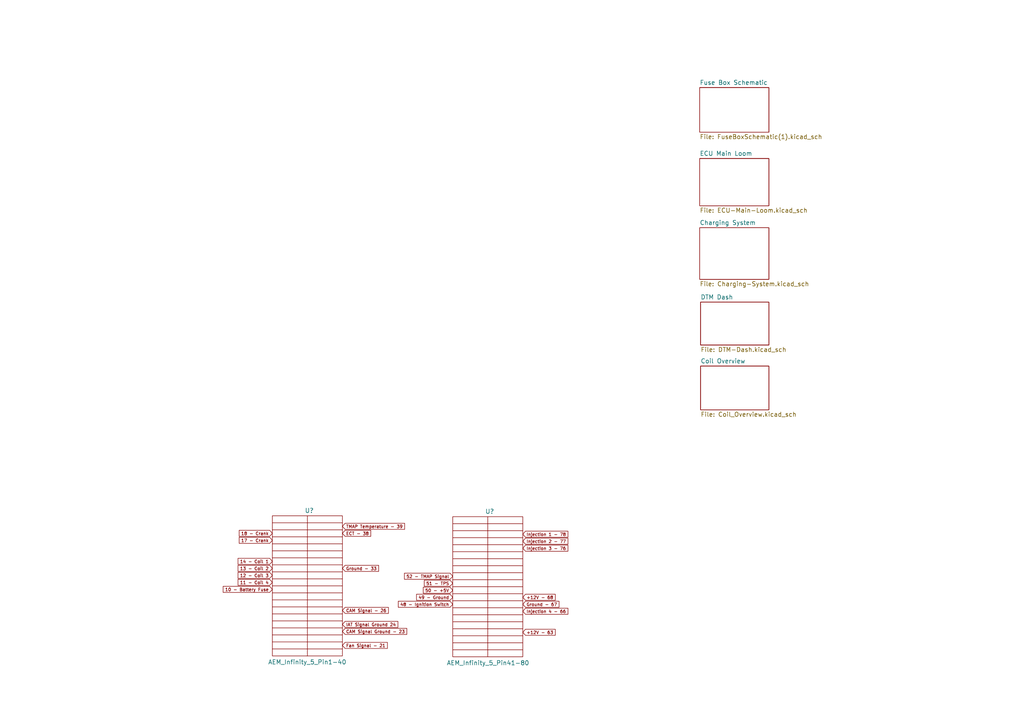
<source format=kicad_sch>
(kicad_sch (version 20211123) (generator eeschema)
  (paper "A4")
  (lib_symbols
    (symbol "SCR23 Library:AEM_Infinity_5_Pin1-40"
      (property "Reference" "U" (at 0 22.098 0))
      (property "Value" "AEM_Infinity_5_Pin1-40" (at 0 -23.114 0))
      (symbol "AEM_Infinity_5_Pin1-40_0_1"
        (rectangle (start -10.16 20.32) (end 10.16 -20.32))
        (polyline (pts (xy 0 20.32) (xy 0 -20.32)))
        (polyline (pts (xy -10.16 -18.288) (xy 10.16 -18.288) (xy 9.906 -18.288)))
        (polyline (pts (xy -10.16 -16.256) (xy 10.16 -16.256) (xy 9.906 -16.256)))
        (polyline (pts (xy -10.16 -14.224) (xy 10.16 -14.224) (xy 9.906 -14.224)))
        (polyline (pts (xy -10.16 -12.192) (xy 10.16 -12.192) (xy 9.906 -12.192)))
        (polyline (pts (xy -10.16 -10.16) (xy 10.16 -10.16) (xy 9.906 -10.16)))
        (polyline (pts (xy -10.16 -8.128) (xy 10.16 -8.128) (xy 9.906 -8.128)))
        (polyline (pts (xy -10.16 -6.096) (xy 10.16 -6.096) (xy 9.906 -6.096)))
        (polyline (pts (xy -10.16 -4.064) (xy 10.16 -4.064) (xy 9.906 -4.064)))
        (polyline (pts (xy -10.16 -2.032) (xy 10.16 -2.032) (xy 9.906 -2.032)))
        (polyline (pts (xy -10.16 0) (xy 10.16 0) (xy 9.906 0)))
        (polyline (pts (xy -10.16 2.032) (xy 10.16 2.032) (xy 9.906 2.032)))
        (polyline (pts (xy -10.16 4.064) (xy 10.16 4.064) (xy 9.906 4.064)))
        (polyline (pts (xy -10.16 6.096) (xy 10.16 6.096) (xy 9.906 6.096)))
        (polyline (pts (xy -10.16 8.128) (xy 10.16 8.128) (xy 9.906 8.128)))
        (polyline (pts (xy -10.16 10.16) (xy 10.16 10.16) (xy 9.906 10.16)))
        (polyline (pts (xy -10.16 12.192) (xy 10.16 12.192) (xy 9.906 12.192)))
        (polyline (pts (xy -10.16 14.224) (xy 10.16 14.224) (xy 9.906 14.224)))
        (polyline (pts (xy -10.16 16.256) (xy 10.16 16.256) (xy 9.906 16.256)))
        (polyline (pts (xy -10.16 18.288) (xy 10.16 18.288) (xy 9.906 18.288)))
      )
    )
    (symbol "SCR23 Library:AEM_Infinity_5_Pin41-80"
      (property "Reference" "U" (at 0 22.098 0))
      (property "Value" "AEM_Infinity_5_Pin41-80" (at 0 -23.114 0))
      (symbol "AEM_Infinity_5_Pin41-80_0_1"
        (rectangle (start -10.16 20.32) (end 10.16 -20.32))
        (polyline (pts (xy 0 20.32) (xy 0 -20.32)))
        (polyline (pts (xy -10.16 -18.288) (xy 10.16 -18.288) (xy 9.906 -18.288)))
        (polyline (pts (xy -10.16 -16.256) (xy 10.16 -16.256) (xy 9.906 -16.256)))
        (polyline (pts (xy -10.16 -14.224) (xy 10.16 -14.224) (xy 9.906 -14.224)))
        (polyline (pts (xy -10.16 -12.192) (xy 10.16 -12.192) (xy 9.906 -12.192)))
        (polyline (pts (xy -10.16 -10.16) (xy 10.16 -10.16) (xy 9.906 -10.16)))
        (polyline (pts (xy -10.16 -8.128) (xy 10.16 -8.128) (xy 9.906 -8.128)))
        (polyline (pts (xy -10.16 -6.096) (xy 10.16 -6.096) (xy 9.906 -6.096)))
        (polyline (pts (xy -10.16 -4.064) (xy 10.16 -4.064) (xy 9.906 -4.064)))
        (polyline (pts (xy -10.16 -2.032) (xy 10.16 -2.032) (xy 9.906 -2.032)))
        (polyline (pts (xy -10.16 0) (xy 10.16 0) (xy 9.906 0)))
        (polyline (pts (xy -10.16 2.032) (xy 10.16 2.032) (xy 9.906 2.032)))
        (polyline (pts (xy -10.16 4.064) (xy 10.16 4.064) (xy 9.906 4.064)))
        (polyline (pts (xy -10.16 6.096) (xy 10.16 6.096) (xy 9.906 6.096)))
        (polyline (pts (xy -10.16 8.128) (xy 10.16 8.128) (xy 9.906 8.128)))
        (polyline (pts (xy -10.16 10.16) (xy 10.16 10.16) (xy 9.906 10.16)))
        (polyline (pts (xy -10.16 12.192) (xy 10.16 12.192) (xy 9.906 12.192)))
        (polyline (pts (xy -10.16 14.224) (xy 10.16 14.224) (xy 9.906 14.224)))
        (polyline (pts (xy -10.16 16.256) (xy 10.16 16.256) (xy 9.906 16.256)))
        (polyline (pts (xy -10.16 18.288) (xy 10.16 18.288) (xy 9.906 18.288)))
      )
    )
  )
  (global_label "ECT - 38" (shape input) (at 99.314 154.686 0) (effects (font (size 0.889 0.889))) (property "Intersheet References" "${INTERSHEET_REFS}" (effects hide)))
  (global_label "13 - Coil 2" (shape input) (at 78.994 164.846 180) (effects (font (size 0.889 0.889))) (property "Intersheet References" "${INTERSHEET_REFS}" (effects hide)))
  (global_label "Injection 2 - 77" (shape input) (at 151.638 156.972 0) (effects (font (size 0.889 0.889))) (property "Intersheet References" "${INTERSHEET_REFS}" (effects hide)))
  (global_label "+12V - 68" (shape input) (at 151.638 173.228 0) (effects (font (size 0.889 0.889))) (property "Intersheet References" "${INTERSHEET_REFS}" (effects hide)))
  (global_label "52 - TMAP Signal" (shape input) (at 131.318 167.132 180) (effects (font (size 0.889 0.889))) (property "Intersheet References" "${INTERSHEET_REFS}" (effects hide)))
  (global_label "51 - TPS" (shape input) (at 131.318 169.164 180) (effects (font (size 0.889 0.889))) (property "Intersheet References" "${INTERSHEET_REFS}" (effects hide)))
  (global_label "Injection 3 - 76" (shape input) (at 151.638 159.004 0) (effects (font (size 0.889 0.889))) (property "Intersheet References" "${INTERSHEET_REFS}" (effects hide)))
  (global_label "CAM Signal Ground - 23" (shape input) (at 99.314 183.134 0) (effects (font (size 0.889 0.889))) (property "Intersheet References" "${INTERSHEET_REFS}" (effects hide)))
  (global_label "49 - Ground" (shape input) (at 131.318 173.228 180) (effects (font (size 0.889 0.889))) (property "Intersheet References" "${INTERSHEET_REFS}" (effects hide)))
  (global_label "Injection 1 - 78" (shape input) (at 151.638 154.94 0) (effects (font (size 0.889 0.889))) (property "Intersheet References" "${INTERSHEET_REFS}" (effects hide)))
  (global_label "50 - +5V" (shape input) (at 131.318 171.196 180) (effects (font (size 0.889 0.889))) (property "Intersheet References" "${INTERSHEET_REFS}" (effects hide)))
  (global_label "10 - Battery Fuse" (shape input) (at 78.994 170.942 180) (effects (font (size 0.889 0.889))) (property "Intersheet References" "${INTERSHEET_REFS}" (effects hide)))
  (global_label "IAT Signal Ground 24" (shape input) (at 99.314 181.102 0) (effects (font (size 0.889 0.889))) (property "Intersheet References" "${INTERSHEET_REFS}" (effects hide)))
  (global_label "Fan Signal - 21" (shape input) (at 99.314 187.198 0) (effects (font (size 0.889 0.889))) (property "Intersheet References" "${INTERSHEET_REFS}" (effects hide)))
  (global_label "17 - Crank" (shape input) (at 78.994 156.718 180) (effects (font (size 0.889 0.889))) (property "Intersheet References" "${INTERSHEET_REFS}" (effects hide)))
  (global_label "CAM Signal - 26" (shape input) (at 99.314 177.038 0) (effects (font (size 0.889 0.889))) (property "Intersheet References" "${INTERSHEET_REFS}" (effects hide)))
  (global_label "48 - Ignition Switch" (shape input) (at 131.318 175.26 180) (effects (font (size 0.889 0.889))) (property "Intersheet References" "${INTERSHEET_REFS}" (effects hide)))
  (global_label "Ground - 67" (shape input) (at 151.638 175.26 0) (effects (font (size 0.889 0.889))) (property "Intersheet References" "${INTERSHEET_REFS}" (effects hide)))
  (global_label "TMAP Temperature - 39" (shape input) (at 99.314 152.654 0) (effects (font (size 0.889 0.889))) (property "Intersheet References" "${INTERSHEET_REFS}" (effects hide)))
  (global_label "+12V - 63" (shape input) (at 151.638 183.388 0) (effects (font (size 0.889 0.889))) (property "Intersheet References" "${INTERSHEET_REFS}" (effects hide)))
  (global_label "18 - Crank" (shape input) (at 78.994 154.686 180) (effects (font (size 0.889 0.889))) (property "Intersheet References" "${INTERSHEET_REFS}" (effects hide)))
  (global_label "11 - Coil 4" (shape input) (at 78.994 168.91 180) (effects (font (size 0.889 0.889))) (property "Intersheet References" "${INTERSHEET_REFS}" (effects hide)))
  (global_label "Ground - 33" (shape input) (at 99.314 164.846 0) (effects (font (size 0.889 0.889))) (property "Intersheet References" "${INTERSHEET_REFS}" (effects hide)))
  (global_label "12 - Coil 3" (shape input) (at 78.994 166.878 180) (effects (font (size 0.889 0.889))) (property "Intersheet References" "${INTERSHEET_REFS}" (effects hide)))
  (global_label "Injection 4 - 66" (shape input) (at 151.638 177.292 0) (effects (font (size 0.889 0.889))) (property "Intersheet References" "${INTERSHEET_REFS}" (effects hide)))
  (global_label "14 - Coil 1" (shape input) (at 78.994 162.814 180) (effects (font (size 0.889 0.889))) (property "Intersheet References" "${INTERSHEET_REFS}" (effects hide)))
  (symbol (lib_id "SCR23 Library:AEM_Infinity_5_Pin41-80") (at 141.478 170.18 0) (unit 1)
    (property "Reference" "U?" (at 140.716 148.336 0) (effects (justify left)))
    (property "Value" "AEM_Infinity_5_Pin41-80" (at 129.54 192.278 0) (effects (justify left)))
  )
  (symbol (lib_id "SCR23 Library:AEM_Infinity_5_Pin1-40") (at 89.154 169.926 0) (unit 1)
    (property "Reference" "U?" (at 88.392 148.082 0) (effects (justify left)))
    (property "Value" "AEM_Infinity_5_Pin1-40" (at 77.724 192.024 0) (effects (justify left)))
  )
  (sheet (at 202.946 45.974) (size 20.066 13.716) (stroke (width 0.1524))
    (property "Sheet name" "ECU Main Loom" (at 202.946 45.2624 0) (effects (justify left bottom)))
    (property "Sheet file" "ECU-Main-Loom.kicad_sch" (at 202.946 60.2746 0) (effects (justify left top)))
  )
  (sheet (at 202.946 25.4) (size 20.066 12.954) (stroke (width 0.1524))
    (property "Sheet name" "Fuse Box Schematic" (at 202.946 24.6884 0) (effects (justify left bottom)))
    (property "Sheet file" "FuseBoxSchematic(1).kicad_sch" (at 202.946 38.9386 0) (effects (justify left top)))
  )
  (sheet (at 203.2 106.172) (size 19.812 12.7) (stroke (width 0.1524))
    (property "Sheet name" "Coil Overview" (at 203.2 105.4604 0) (effects (justify left bottom)))
    (property "Sheet file" "Coil_Overview.kicad_sch" (at 203.2 119.4566 0) (effects (justify left top)))
  )
  (sheet (at 202.946 66.04) (size 20.066 14.986) (stroke (width 0.1524))
    (property "Sheet name" "Charging System" (at 202.946 65.3284 0) (effects (justify left bottom)))
    (property "Sheet file" "Charging-System.kicad_sch" (at 202.946 81.6106 0) (effects (justify left top)))
  )
  (sheet (at 203.2 87.63) (size 19.812 12.446) (stroke (width 0.1524))
    (property "Sheet name" "DTM Dash" (at 203.2 86.9184 0) (effects (justify left bottom)))
    (property "Sheet file" "DTM-Dash.kicad_sch" (at 203.2 100.6606 0) (effects (justify left top)))
  )
)
</source>
